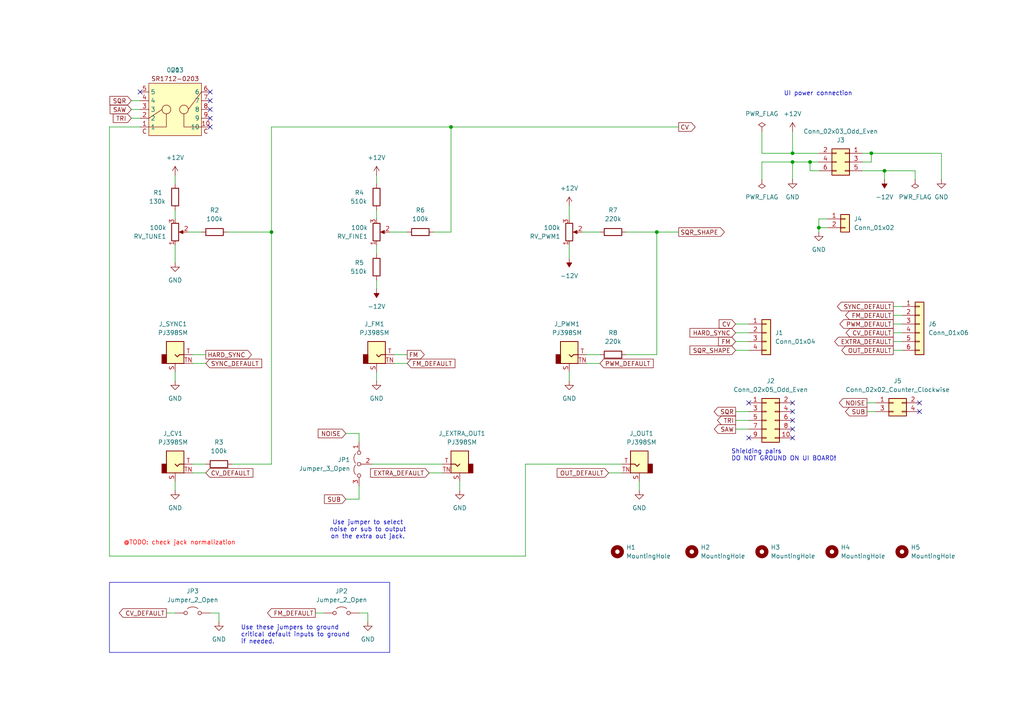
<source format=kicad_sch>
(kicad_sch (version 20250114) (generator "eeschema") (generator_version "9.0")
  (paper "A4")
  (title_block (title "Hog Moduleur VCO UI") (date "2025-07-06") (rev "v0.1") (company "Shmøergh"))
  (lib_symbols
    (symbol "Connector_Generic:Conn_01x02" (pin_names (offset 1.016) (hide yes))
      (property "Reference" "J" (at 0 2.54 0))
      (property "Value" "Conn_01x02" (at 0 -5.08 0))
      (symbol "Conn_01x02_1_1"
        (rectangle (start -1.27 1.27) (end 1.27 -3.81) (stroke (width 0.254)) (fill (type background)))
        (rectangle (start -1.27 0.127) (end 0 -0.127) (stroke (width 0.1524)))
        (rectangle (start -1.27 -2.413) (end 0 -2.667) (stroke (width 0.1524)))
        (pin passive line (at -5.08 0 0) (length 3.81) (name "Pin_1") (number "1"))
        (pin passive line (at -5.08 -2.54 0) (length 3.81) (name "Pin_2") (number "2"))
      )
    )
    (symbol "Connector_Generic:Conn_01x04" (pin_names (offset 1.016) (hide yes))
      (property "Reference" "J" (at 0 5.08 0))
      (property "Value" "Conn_01x04" (at 0 -7.62 0))
      (symbol "Conn_01x04_1_1"
        (rectangle (start -1.27 3.81) (end 1.27 -6.35) (stroke (width 0.254)) (fill (type background)))
        (rectangle (start -1.27 2.667) (end 0 2.413) (stroke (width 0.1524)))
        (rectangle (start -1.27 0.127) (end 0 -0.127) (stroke (width 0.1524)))
        (rectangle (start -1.27 -2.413) (end 0 -2.667) (stroke (width 0.1524)))
        (rectangle (start -1.27 -4.953) (end 0 -5.207) (stroke (width 0.1524)))
        (pin passive line (at -5.08 2.54 0) (length 3.81) (name "Pin_1") (number "1"))
        (pin passive line (at -5.08 0 0) (length 3.81) (name "Pin_2") (number "2"))
        (pin passive line (at -5.08 -2.54 0) (length 3.81) (name "Pin_3") (number "3"))
        (pin passive line (at -5.08 -5.08 0) (length 3.81) (name "Pin_4") (number "4"))
      )
    )
    (symbol "Connector_Generic:Conn_01x06" (pin_names (offset 1.016) (hide yes))
      (property "Reference" "J" (at 0 7.62 0))
      (property "Value" "Conn_01x06" (at 0 -10.16 0))
      (symbol "Conn_01x06_1_1"
        (rectangle (start -1.27 6.35) (end 1.27 -8.89) (stroke (width 0.254)) (fill (type background)))
        (rectangle (start -1.27 5.207) (end 0 4.953) (stroke (width 0.1524)))
        (rectangle (start -1.27 2.667) (end 0 2.413) (stroke (width 0.1524)))
        (rectangle (start -1.27 0.127) (end 0 -0.127) (stroke (width 0.1524)))
        (rectangle (start -1.27 -2.413) (end 0 -2.667) (stroke (width 0.1524)))
        (rectangle (start -1.27 -4.953) (end 0 -5.207) (stroke (width 0.1524)))
        (rectangle (start -1.27 -7.493) (end 0 -7.747) (stroke (width 0.1524)))
        (pin passive line (at -5.08 5.08 0) (length 3.81) (name "Pin_1") (number "1"))
        (pin passive line (at -5.08 2.54 0) (length 3.81) (name "Pin_2") (number "2"))
        (pin passive line (at -5.08 0 0) (length 3.81) (name "Pin_3") (number "3"))
        (pin passive line (at -5.08 -2.54 0) (length 3.81) (name "Pin_4") (number "4"))
        (pin passive line (at -5.08 -5.08 0) (length 3.81) (name "Pin_5") (number "5"))
        (pin passive line (at -5.08 -7.62 0) (length 3.81) (name "Pin_6") (number "6"))
      )
    )
    (symbol "Connector_Generic:Conn_02x02_Odd_Even" (pin_names (offset 1.016) (hide yes))
      (property "Reference" "J" (at 1.27 2.54 0))
      (property "Value" "Conn_02x02_Odd_Even" (at 1.27 -5.08 0))
      (symbol "Conn_02x02_Odd_Even_1_1"
        (rectangle (start -1.27 1.27) (end 3.81 -3.81) (stroke (width 0.254)) (fill (type background)))
        (rectangle (start -1.27 0.127) (end 0 -0.127) (stroke (width 0.1524)))
        (rectangle (start -1.27 -2.413) (end 0 -2.667) (stroke (width 0.1524)))
        (rectangle (start 3.81 0.127) (end 2.54 -0.127) (stroke (width 0.1524)))
        (rectangle (start 3.81 -2.413) (end 2.54 -2.667) (stroke (width 0.1524)))
        (pin passive line (at -5.08 0 0) (length 3.81) (name "Pin_1") (number "1"))
        (pin passive line (at -5.08 -2.54 0) (length 3.81) (name "Pin_3") (number "3"))
        (pin passive line (at 7.62 0 180) (length 3.81) (name "Pin_2") (number "2"))
        (pin passive line (at 7.62 -2.54 180) (length 3.81) (name "Pin_4") (number "4"))
      )
    )
    (symbol "Connector_Generic:Conn_02x03_Odd_Even" (pin_names (offset 1.016) (hide yes))
      (property "Reference" "J" (at 1.27 5.08 0))
      (property "Value" "Conn_02x03_Odd_Even" (at 1.27 -5.08 0))
      (symbol "Conn_02x03_Odd_Even_1_1"
        (rectangle (start -1.27 3.81) (end 3.81 -3.81) (stroke (width 0.254)) (fill (type background)))
        (rectangle (start -1.27 2.667) (end 0 2.413) (stroke (width 0.1524)))
        (rectangle (start -1.27 0.127) (end 0 -0.127) (stroke (width 0.1524)))
        (rectangle (start -1.27 -2.413) (end 0 -2.667) (stroke (width 0.1524)))
        (rectangle (start 3.81 2.667) (end 2.54 2.413) (stroke (width 0.1524)))
        (rectangle (start 3.81 0.127) (end 2.54 -0.127) (stroke (width 0.1524)))
        (rectangle (start 3.81 -2.413) (end 2.54 -2.667) (stroke (width 0.1524)))
        (pin passive line (at -5.08 2.54 0) (length 3.81) (name "Pin_1") (number "1"))
        (pin passive line (at -5.08 0 0) (length 3.81) (name "Pin_3") (number "3"))
        (pin passive line (at -5.08 -2.54 0) (length 3.81) (name "Pin_5") (number "5"))
        (pin passive line (at 7.62 2.54 180) (length 3.81) (name "Pin_2") (number "2"))
        (pin passive line (at 7.62 0 180) (length 3.81) (name "Pin_4") (number "4"))
        (pin passive line (at 7.62 -2.54 180) (length 3.81) (name "Pin_6") (number "6"))
      )
    )
    (symbol "Connector_Generic:Conn_02x05_Odd_Even" (pin_names (offset 1.016) (hide yes))
      (property "Reference" "J" (at 1.27 7.62 0))
      (property "Value" "Conn_02x05_Odd_Even" (at 1.27 -7.62 0))
      (symbol "Conn_02x05_Odd_Even_1_1"
        (rectangle (start -1.27 6.35) (end 3.81 -6.35) (stroke (width 0.254)) (fill (type background)))
        (rectangle (start -1.27 5.207) (end 0 4.953) (stroke (width 0.1524)))
        (rectangle (start -1.27 2.667) (end 0 2.413) (stroke (width 0.1524)))
        (rectangle (start -1.27 0.127) (end 0 -0.127) (stroke (width 0.1524)))
        (rectangle (start -1.27 -2.413) (end 0 -2.667) (stroke (width 0.1524)))
        (rectangle (start -1.27 -4.953) (end 0 -5.207) (stroke (width 0.1524)))
        (rectangle (start 3.81 5.207) (end 2.54 4.953) (stroke (width 0.1524)))
        (rectangle (start 3.81 2.667) (end 2.54 2.413) (stroke (width 0.1524)))
        (rectangle (start 3.81 0.127) (end 2.54 -0.127) (stroke (width 0.1524)))
        (rectangle (start 3.81 -2.413) (end 2.54 -2.667) (stroke (width 0.1524)))
        (rectangle (start 3.81 -4.953) (end 2.54 -5.207) (stroke (width 0.1524)))
        (pin passive line (at -5.08 5.08 0) (length 3.81) (name "Pin_1") (number "1"))
        (pin passive line (at -5.08 2.54 0) (length 3.81) (name "Pin_3") (number "3"))
        (pin passive line (at -5.08 0 0) (length 3.81) (name "Pin_5") (number "5"))
        (pin passive line (at -5.08 -2.54 0) (length 3.81) (name "Pin_7") (number "7"))
        (pin passive line (at -5.08 -5.08 0) (length 3.81) (name "Pin_9") (number "9"))
        (pin passive line (at 7.62 5.08 180) (length 3.81) (name "Pin_2") (number "2"))
        (pin passive line (at 7.62 2.54 180) (length 3.81) (name "Pin_4") (number "4"))
        (pin passive line (at 7.62 0 180) (length 3.81) (name "Pin_6") (number "6"))
        (pin passive line (at 7.62 -2.54 180) (length 3.81) (name "Pin_8") (number "8"))
        (pin passive line (at 7.62 -5.08 180) (length 3.81) (name "Pin_10") (number "10"))
      )
    )
    (symbol "Device:R" (pin_numbers (hide yes)) (pin_names (offset 0))
      (property "Reference" "R" (at 2.032 0 90))
      (property "Value" "R" (at 0 0 90))
      (symbol "R_0_1"
        (rectangle (start -1.016 -2.54) (end 1.016 2.54) (stroke (width 0.254)))
      )
      (symbol "R_1_1"
        (pin passive line (at 0 3.81 270) (length 1.27) (name "~") (number "1"))
        (pin passive line (at 0 -3.81 90) (length 1.27) (name "~") (number "2"))
      )
    )
    (symbol "Device:R_Potentiometer" (pin_names (offset 1.016) (hide yes))
      (property "Reference" "RV" (at -4.445 0 90))
      (property "Value" "R_Potentiometer" (at -2.54 0 90))
      (symbol "R_Potentiometer_0_1"
        (rectangle (start 1.016 2.54) (end -1.016 -2.54) (stroke (width 0.254)))
        (polyline (pts (xy 1.143 0) (xy 2.286 0.508) (xy 2.286 -0.508) (xy 1.143 0)) (fill (type outline)))
        (polyline (pts (xy 2.54 0) (xy 1.524 0)))
      )
      (symbol "R_Potentiometer_1_1"
        (pin passive line (at 0 3.81 270) (length 1.27) (name "1") (number "1"))
        (pin passive line (at 0 -3.81 90) (length 1.27) (name "3") (number "3"))
        (pin passive line (at 3.81 0 180) (length 1.27) (name "2") (number "2"))
      )
    )
    (symbol "Jumper:Jumper_2_Open" (pin_numbers (hide yes)) (pin_names (offset 0) (hide yes))
      (property "Reference" "JP" (at 0 2.794 0))
      (property "Value" "Jumper_2_Open" (at 0 -2.286 0))
      (symbol "Jumper_2_Open_0_0"
        (circle (center -2.032 0) (radius 0.508))
        (circle (center 2.032 0) (radius 0.508))
      )
      (symbol "Jumper_2_Open_0_1"
        (arc (start -1.524 1.27) (mid 0 1.778) (end 1.524 1.27))
      )
      (symbol "Jumper_2_Open_1_1"
        (pin passive line (at -5.08 0 0) (length 2.54) (name "A") (number "1"))
        (pin passive line (at 5.08 0 180) (length 2.54) (name "B") (number "2"))
      )
    )
    (symbol "Jumper:Jumper_3_Open" (pin_names (offset 0) (hide yes)) (in_bom no)
      (property "Reference" "JP" (at -2.54 -2.54 0))
      (property "Value" "Jumper_3_Open" (at 0 2.794 0))
      (symbol "Jumper_3_Open_0_0"
        (circle (center -3.302 0) (radius 0.508))
        (circle (center 0 0) (radius 0.508))
        (circle (center 3.302 0) (radius 0.508))
      )
      (symbol "Jumper_3_Open_0_1"
        (arc (start -3.048 1.016) (mid -1.651 1.4992) (end -0.254 1.016))
        (polyline (pts (xy 0 -0.508) (xy 0 -1.27)))
        (arc (start 0.254 1.016) (mid 1.651 1.4992) (end 3.048 1.016))
      )
      (symbol "Jumper_3_Open_1_1"
        (pin passive line (at -6.35 0 0) (length 2.54) (name "A") (number "1"))
        (pin passive line (at 0 -3.81 90) (length 2.54) (name "C") (number "2"))
        (pin passive line (at 6.35 0 180) (length 2.54) (name "B") (number "3"))
      )
    )
    (symbol "Mechanical:MountingHole" (pin_names (offset 1.016)) (in_bom no)
      (property "Reference" "H" (at 0 5.08 0))
      (property "Value" "MountingHole" (at 0 3.175 0))
      (symbol "MountingHole_0_1"
        (circle (center 0 0) (radius 1.27) (stroke (width 1.27)))
      )
    )
    (symbol "Shmoergh-Custom-Components:AudioJack2_Thonkiconn_S"
      (property "Reference" "J" (at 0 8.89 0))
      (property "Value" "AudioJack2_Thonkiconn" (at 0 6.35 0))
      (symbol "AudioJack2_Thonkiconn_S_0_1"
        (rectangle (start -2.54 -2.54) (end -3.81 0) (stroke (width 0.254)) (fill (type outline)))
        (polyline (pts (xy 0 0) (xy 0.635 -0.635) (xy 1.27 0) (xy 2.54 0)) (stroke (width 0.254)))
        (rectangle (start 2.54 3.81) (end -2.54 -2.54) (stroke (width 0.254)) (fill (type background)))
      )
      (symbol "AudioJack2_Thonkiconn_S_1_1"
        (pin passive line (at 0 -5.08 90) (length 2.54) (name "~") (number "S"))
        (pin bidirectional line (at 5.08 0 180) (length 2.54) (name "~") (number "T"))
        (pin passive line (at 5.08 -2.54 180) (length 2.54) (name "~") (number "TN"))
      )
    )
    (symbol "Shmoergh-Custom-Components:SR1712_0203"
      (property "Reference" "U" (at 0 1.27 0))
      (symbol "SR1712_0203_0_1"
        (polyline (pts (xy -7.62 -2.54) (xy -3.81 0)))
        (circle (center -2.54 0) (radius 1.27))
        (polyline (pts (xy -2.54 -1.27) (xy -2.54 -5.08) (xy -7.62 -5.08)))
        (circle (center 2.54 0) (radius 1.27))
        (polyline (pts (xy 7.62 5.08) (xy 3.81 0)))
        (polyline (pts (xy 7.62 -5.08) (xy 2.54 -5.08) (xy 2.54 -1.27)))
      )
      (symbol "SR1712_0203_1_1"
        (rectangle (start -7.62 7.62) (end 7.62 -7.62) (fill (type background)))
        (text "C" (at -8.89 -6.35 0) (effects (font (size 1.27 1.27))))
        (text "SR1712-0203" (at 0 8.89 0) (effects (font (size 1.27 1.27))))
        (text "C" (at 8.89 -6.35 0) (effects (font (size 1.27 1.27))))
        (pin input line (at -10.16 5.08 0) (length 2.54) (name "5") (number "5"))
        (pin input line (at -10.16 2.54 0) (length 2.54) (name "4") (number "4"))
        (pin input line (at -10.16 0 0) (length 2.54) (name "3") (number "3"))
        (pin input line (at -10.16 -2.54 0) (length 2.54) (name "2") (number "2"))
        (pin output line (at -10.16 -5.08 0) (length 2.54) (name "1") (number "1"))
        (pin input line (at 10.16 5.08 180) (length 2.54) (name "6") (number "6"))
        (pin input line (at 10.16 2.54 180) (length 2.54) (name "7") (number "7"))
        (pin input line (at 10.16 0 180) (length 2.54) (name "8") (number "8"))
        (pin input line (at 10.16 -2.54 180) (length 2.54) (name "9") (number "9"))
        (pin output line (at 10.16 -5.08 180) (length 2.54) (name "10") (number "10"))
      )
    )
    (symbol "power:+12V" (power) (pin_numbers (hide yes)) (pin_names (offset 0) (hide yes))
      (property "Value" "+12V" (at 0 3.556 0))
      (symbol "+12V_0_1"
        (polyline (pts (xy -0.762 1.27) (xy 0 2.54)))
        (polyline (pts (xy 0 2.54) (xy 0.762 1.27)))
        (polyline (pts (xy 0 0) (xy 0 2.54)))
      )
      (symbol "+12V_1_1"
        (pin power_in line (at 0 0 90) (length 0) (name "~") (number "1"))
      )
    )
    (symbol "power:-12V" (power) (pin_numbers (hide yes)) (pin_names (offset 0) (hide yes))
      (property "Value" "-12V" (at 0 3.556 0))
      (symbol "-12V_0_0"
        (pin power_in line (at 0 0 90) (length 0) (name "~") (number "1"))
      )
      (symbol "-12V_0_1"
        (polyline (pts (xy 0 0) (xy 0 1.27) (xy 0.762 1.27) (xy 0 2.54) (xy -0.762 1.27) (xy 0 1.27)) (fill (type outline)))
      )
    )
    (symbol "power:GND" (power) (pin_numbers (hide yes)) (pin_names (offset 0) (hide yes))
      (property "Value" "GND" (at 0 -3.81 0))
      (symbol "GND_0_1"
        (polyline (pts (xy 0 0) (xy 0 -1.27) (xy 1.27 -1.27) (xy 0 -2.54) (xy -1.27 -1.27) (xy 0 -1.27)))
      )
      (symbol "GND_1_1"
        (pin power_in line (at 0 0 270) (length 0) (name "~") (number "1"))
      )
    )
    (symbol "power:PWR_FLAG" (power) (pin_numbers (hide yes)) (pin_names (offset 0) (hide yes))
      (property "Value" "PWR_FLAG" (at 0 3.81 0))
      (symbol "PWR_FLAG_0_0"
        (pin power_out line (at 0 0 90) (length 0) (name "~") (number "1"))
      )
      (symbol "PWR_FLAG_0_1"
        (polyline (pts (xy 0 0) (xy 0 1.27) (xy -1.016 1.905) (xy 0 2.54) (xy 1.016 1.905) (xy 0 1.27)))
      )
    )
  )
  (rectangle (start 31.75 168.91) (end 113.03 189.23))
  (text "@TODO: check jack normalization" (at 52.07 157.48 0) (effects (font (size 1.27 1.27))))
  (text "Use these jumpers to ground \ncritical default inputs to ground \nif needed." (at 69.85 184.15 0) (effects (font (size 1.27 1.27)) (justify left)))
  (text "UI power connection" (at 227.33 27.94 0) (effects (font (size 1.27 1.27)) (justify left bottom)))
  (text "Use jumper to select\nnoise or sub to output\non the extra out jack." (at 106.68 153.67 0) (effects (font (size 1.27 1.27))))
  (text "Shielding pairs\nDO NOT GROUND ON UI BOARD!" (at 212.09 132.08 0) (effects (font (size 1.27 1.27)) (justify left)))
  (junction (at 229.87 44.45))
  (junction (at 130.81 36.83))
  (junction (at 237.49 66.04))
  (junction (at 234.95 46.99))
  (junction (at 256.54 49.53))
  (junction (at 78.74 67.31))
  (junction (at 229.87 46.99))
  (junction (at 190.5 67.31))
  (junction (at 252.73 44.45))
  (no_connect (at 229.87 127))
  (no_connect (at 60.96 29.21))
  (no_connect (at 60.96 34.29))
  (no_connect (at 217.17 116.84))
  (no_connect (at 229.87 121.92))
  (no_connect (at 229.87 119.38))
  (no_connect (at 60.96 31.75))
  (no_connect (at 229.87 116.84))
  (no_connect (at 266.7 119.38))
  (no_connect (at 229.87 124.46))
  (no_connect (at 217.17 127))
  (no_connect (at 60.96 36.83))
  (no_connect (at 266.7 116.84))
  (no_connect (at 60.96 26.67))
  (no_connect (at 40.64 26.67))
  (wire (pts (xy 213.36 119.38) (xy 217.17 119.38)))
  (wire (pts (xy 251.46 116.84) (xy 254 116.84)))
  (wire (pts (xy 59.69 137.16) (xy 55.88 137.16)))
  (wire (pts (xy 259.08 96.52) (xy 261.62 96.52)))
  (wire (pts (xy 78.74 36.83) (xy 130.81 36.83)))
  (wire (pts (xy 38.1 34.29) (xy 40.64 34.29)))
  (wire (pts (xy 259.08 101.6) (xy 261.62 101.6)))
  (wire (pts (xy 173.99 67.31) (xy 168.91 67.31)))
  (wire (pts (xy 48.26 177.8) (xy 50.8 177.8)))
  (wire (pts (xy 118.11 102.87) (xy 114.3 102.87)))
  (wire (pts (xy 78.74 134.62) (xy 67.31 134.62)))
  (wire (pts (xy 256.54 52.07) (xy 256.54 49.53)))
  (wire (pts (xy 31.75 161.29) (xy 152.4 161.29)))
  (wire (pts (xy 78.74 67.31) (xy 78.74 36.83)))
  (wire (pts (xy 91.44 177.8) (xy 93.98 177.8)))
  (wire (pts (xy 265.43 49.53) (xy 256.54 49.53)))
  (wire (pts (xy 50.8 50.8) (xy 50.8 53.34)))
  (wire (pts (xy 176.53 137.16) (xy 180.34 137.16)))
  (wire (pts (xy 63.5 180.34) (xy 63.5 177.8)))
  (wire (pts (xy 109.22 107.95) (xy 109.22 110.49)))
  (wire (pts (xy 250.19 49.53) (xy 256.54 49.53)))
  (wire (pts (xy 237.49 66.04) (xy 240.03 66.04)))
  (wire (pts (xy 213.36 101.6) (xy 217.17 101.6)))
  (wire (pts (xy 59.69 105.41) (xy 55.88 105.41)))
  (wire (pts (xy 58.42 67.31) (xy 54.61 67.31)))
  (wire (pts (xy 38.1 29.21) (xy 40.64 29.21)))
  (wire (pts (xy 50.8 60.96) (xy 50.8 63.5)))
  (wire (pts (xy 109.22 60.96) (xy 109.22 63.5)))
  (wire (pts (xy 190.5 102.87) (xy 181.61 102.87)))
  (wire (pts (xy 100.33 144.78) (xy 104.14 144.78)))
  (wire (pts (xy 213.36 121.92) (xy 217.17 121.92)))
  (wire (pts (xy 106.68 177.8) (xy 104.14 177.8)))
  (wire (pts (xy 165.1 74.93) (xy 165.1 71.12)))
  (wire (pts (xy 213.36 93.98) (xy 217.17 93.98)))
  (wire (pts (xy 152.4 134.62) (xy 180.34 134.62)))
  (wire (pts (xy 104.14 125.73) (xy 104.14 128.27)))
  (wire (pts (xy 66.04 67.31) (xy 78.74 67.31)))
  (wire (pts (xy 213.36 99.06) (xy 217.17 99.06)))
  (wire (pts (xy 251.46 119.38) (xy 254 119.38)))
  (wire (pts (xy 31.75 36.83) (xy 40.64 36.83)))
  (wire (pts (xy 130.81 36.83) (xy 130.81 67.31)))
  (wire (pts (xy 100.33 125.73) (xy 104.14 125.73)))
  (wire (pts (xy 240.03 63.5) (xy 237.49 63.5)))
  (wire (pts (xy 31.75 36.83) (xy 31.75 161.29)))
  (wire (pts (xy 50.8 71.12) (xy 50.8 76.2)))
  (wire (pts (xy 118.11 105.41) (xy 114.3 105.41)))
  (wire (pts (xy 229.87 46.99) (xy 234.95 46.99)))
  (wire (pts (xy 107.95 134.62) (xy 128.27 134.62)))
  (wire (pts (xy 237.49 63.5) (xy 237.49 66.04)))
  (wire (pts (xy 229.87 38.1) (xy 229.87 44.45)))
  (wire (pts (xy 59.69 102.87) (xy 55.88 102.87)))
  (wire (pts (xy 259.08 93.98) (xy 261.62 93.98)))
  (wire (pts (xy 252.73 44.45) (xy 250.19 44.45)))
  (wire (pts (xy 220.98 44.45) (xy 229.87 44.45)))
  (wire (pts (xy 38.1 31.75) (xy 40.64 31.75)))
  (wire (pts (xy 185.42 142.24) (xy 185.42 139.7)))
  (wire (pts (xy 78.74 67.31) (xy 78.74 134.62)))
  (wire (pts (xy 59.69 134.62) (xy 55.88 134.62)))
  (wire (pts (xy 220.98 46.99) (xy 229.87 46.99)))
  (wire (pts (xy 259.08 99.06) (xy 261.62 99.06)))
  (wire (pts (xy 273.05 52.07) (xy 273.05 44.45)))
  (wire (pts (xy 252.73 46.99) (xy 252.73 44.45)))
  (wire (pts (xy 130.81 36.83) (xy 196.85 36.83)))
  (wire (pts (xy 109.22 83.82) (xy 109.22 81.28)))
  (wire (pts (xy 124.46 137.16) (xy 128.27 137.16)))
  (wire (pts (xy 173.99 105.41) (xy 170.18 105.41)))
  (wire (pts (xy 237.49 49.53) (xy 234.95 49.53)))
  (wire (pts (xy 165.1 107.95) (xy 165.1 110.49)))
  (wire (pts (xy 133.35 142.24) (xy 133.35 139.7)))
  (wire (pts (xy 259.08 88.9) (xy 261.62 88.9)))
  (wire (pts (xy 50.8 107.95) (xy 50.8 110.49)))
  (wire (pts (xy 213.36 96.52) (xy 217.17 96.52)))
  (wire (pts (xy 181.61 67.31) (xy 190.5 67.31)))
  (wire (pts (xy 220.98 38.1) (xy 220.98 44.45)))
  (wire (pts (xy 273.05 44.45) (xy 252.73 44.45)))
  (wire (pts (xy 234.95 49.53) (xy 234.95 46.99)))
  (wire (pts (xy 213.36 124.46) (xy 217.17 124.46)))
  (wire (pts (xy 125.73 67.31) (xy 130.81 67.31)))
  (wire (pts (xy 229.87 44.45) (xy 237.49 44.45)))
  (wire (pts (xy 109.22 73.66) (xy 109.22 71.12)))
  (wire (pts (xy 234.95 46.99) (xy 237.49 46.99)))
  (wire (pts (xy 50.8 139.7) (xy 50.8 142.24)))
  (wire (pts (xy 220.98 52.07) (xy 220.98 46.99)))
  (wire (pts (xy 152.4 161.29) (xy 152.4 134.62)))
  (wire (pts (xy 109.22 50.8) (xy 109.22 53.34)))
  (wire (pts (xy 237.49 66.04) (xy 237.49 67.31)))
  (wire (pts (xy 229.87 52.07) (xy 229.87 46.99)))
  (wire (pts (xy 259.08 91.44) (xy 261.62 91.44)))
  (wire (pts (xy 63.5 177.8) (xy 60.96 177.8)))
  (wire (pts (xy 250.19 46.99) (xy 252.73 46.99)))
  (wire (pts (xy 104.14 144.78) (xy 104.14 140.97)))
  (wire (pts (xy 196.85 67.31) (xy 190.5 67.31)))
  (wire (pts (xy 118.11 67.31) (xy 113.03 67.31)))
  (wire (pts (xy 190.5 67.31) (xy 190.5 102.87)))
  (wire (pts (xy 106.68 180.34) (xy 106.68 177.8)))
  (wire (pts (xy 173.99 102.87) (xy 170.18 102.87)))
  (wire (pts (xy 165.1 59.69) (xy 165.1 63.5)))
  (wire (pts (xy 265.43 52.07) (xy 265.43 49.53)))
  (global_label "SQR" (shape input) (at 38.1 29.21 180) (property "Intersheetrefs" "${INTERSHEET_REFS}" (effects (hide yes))))
  (global_label "TRI" (shape input) (at 38.1 34.29 180) (property "Intersheetrefs" "${INTERSHEET_REFS}" (effects (hide yes))))
  (global_label "FM" (shape output) (at 118.11 102.87 0) (property "Intersheetrefs" "${INTERSHEET_REFS}" (effects (hide yes))))
  (global_label "OUT_DEFAULT" (shape input) (at 176.53 137.16 180) (property "Intersheetrefs" "${INTERSHEET_REFS}" (effects (hide yes))))
  (global_label "SQR" (shape output) (at 213.36 119.38 180) (property "Intersheetrefs" "${INTERSHEET_REFS}" (effects (hide yes))))
  (global_label "HARD_SYNC" (shape output) (at 59.69 102.87 0) (property "Intersheetrefs" "${INTERSHEET_REFS}" (effects (hide yes))))
  (global_label "NOISE" (shape input) (at 100.33 125.73 180) (property "Intersheetrefs" "${INTERSHEET_REFS}" (effects (hide yes))))
  (global_label "SUB" (shape input) (at 100.33 144.78 180) (property "Intersheetrefs" "${INTERSHEET_REFS}" (effects (hide yes))))
  (global_label "SAW" (shape input) (at 38.1 31.75 180) (property "Intersheetrefs" "${INTERSHEET_REFS}" (effects (hide yes))))
  (global_label "CV" (shape output) (at 196.85 36.83 0) (property "Intersheetrefs" "${INTERSHEET_REFS}" (effects (hide yes))))
  (global_label "EXTRA_DEFAULT" (shape input) (at 124.46 137.16 180) (property "Intersheetrefs" "${INTERSHEET_REFS}" (effects (hide yes))))
  (global_label "TRI" (shape output) (at 213.36 121.92 180) (property "Intersheetrefs" "${INTERSHEET_REFS}" (effects (hide yes))))
  (global_label "CV" (shape input) (at 213.36 93.98 180) (property "Intersheetrefs" "${INTERSHEET_REFS}" (effects (hide yes))))
  (global_label "FM_DEFAULT" (shape input) (at 118.11 105.41 0) (property "Intersheetrefs" "${INTERSHEET_REFS}" (effects (hide yes))))
  (global_label "NOISE" (shape output) (at 251.46 116.84 180) (property "Intersheetrefs" "${INTERSHEET_REFS}" (effects (hide yes))))
  (global_label "CV_DEFAULT" (shape input) (at 59.69 137.16 0) (property "Intersheetrefs" "${INTERSHEET_REFS}" (effects (hide yes))))
  (global_label "HARD_SYNC" (shape input) (at 213.36 96.52 180) (property "Intersheetrefs" "${INTERSHEET_REFS}" (effects (hide yes))))
  (global_label "SAW" (shape output) (at 213.36 124.46 180) (property "Intersheetrefs" "${INTERSHEET_REFS}" (effects (hide yes))))
  (global_label "SUB" (shape output) (at 251.46 119.38 180) (property "Intersheetrefs" "${INTERSHEET_REFS}" (effects (hide yes))))
  (global_label "PWM_DEFAULT" (shape output) (at 259.08 93.98 180) (property "Intersheetrefs" "${INTERSHEET_REFS}" (effects (hide yes))))
  (global_label "SYNC_DEFAULT" (shape output) (at 259.08 88.9 180) (property "Intersheetrefs" "${INTERSHEET_REFS}" (effects (hide yes))))
  (global_label "CV_DEFAULT" (shape output) (at 259.08 96.52 180) (property "Intersheetrefs" "${INTERSHEET_REFS}" (effects (hide yes))))
  (global_label "SQR_SHAPE" (shape input) (at 213.36 101.6 180) (property "Intersheetrefs" "${INTERSHEET_REFS}" (effects (hide yes))))
  (global_label "SYNC_DEFAULT" (shape input) (at 59.69 105.41 0) (property "Intersheetrefs" "${INTERSHEET_REFS}" (effects (hide yes))))
  (global_label "EXTRA_DEFAULT" (shape output) (at 259.08 99.06 180) (property "Intersheetrefs" "${INTERSHEET_REFS}" (effects (hide yes))))
  (global_label "OUT_DEFAULT" (shape output) (at 259.08 101.6 180) (property "Intersheetrefs" "${INTERSHEET_REFS}" (effects (hide yes))))
  (global_label "SQR_SHAPE" (shape output) (at 196.85 67.31 0) (property "Intersheetrefs" "${INTERSHEET_REFS}" (effects (hide yes))))
  (global_label "FM_DEFAULT" (shape output) (at 259.08 91.44 180) (property "Intersheetrefs" "${INTERSHEET_REFS}" (effects (hide yes))))
  (global_label "PWM_DEFAULT" (shape input) (at 173.99 105.41 0) (property "Intersheetrefs" "${INTERSHEET_REFS}" (effects (hide yes))))
  (global_label "FM" (shape input) (at 213.36 99.06 180) (property "Intersheetrefs" "${INTERSHEET_REFS}" (effects (hide yes))))
  (global_label "CV_DEFAULT" (shape output) (at 48.26 177.8 180) (property "Intersheetrefs" "${INTERSHEET_REFS}" (effects (hide yes))))
  (global_label "FM_DEFAULT" (shape output) (at 91.44 177.8 180) (property "Intersheetrefs" "${INTERSHEET_REFS}" (effects (hide yes))))
  (symbol (lib_id "power:GND") (at 133.35 142.24 0) (mirror y) (unit 1)
    (property "Reference" "#PWR08" (effects (hide yes)))
    (property "Value" "GND" (at 133.35 147.32 0))
    (property "Description" "Power symbol creates a global label with name \"GND\" , ground" (effects (hide yes)))
  )
  (symbol (lib_id "Jumper:Jumper_3_Open") (at 104.14 134.62 90) (mirror x) (unit 1)
    (property "Reference" "JP1" (at 101.6 133.3499 90) (effects (justify left)))
    (property "Value" "Jumper_3_Open" (at 101.6 135.8899 90) (effects (justify left)))
    (property "Footprint" "Connector_PinHeader_2.54mm:PinHeader_1x03_P2.54mm_Horizontal" (effects (hide yes)))
    (property "Description" "Jumper, 3-pole, both open" (effects (hide yes)))
    (property "Part URL" "https://mou.sr/451l2py" (effects (hide yes)))
    (property "Vendor" "Mouser" (effects (hide yes)))
    (property "Part no." "200-HTSW10308TSRA" (effects (hide yes)))
  )
  (symbol (lib_id "power:+12V") (at 229.87 38.1 0) (unit 1)
    (property "Reference" "#PWR014" (effects (hide yes)))
    (property "Value" "+12V" (at 229.87 33.02 0))
    (property "Description" "Power symbol creates a global label with name \"+12V\"" (effects (hide yes)))
  )
  (symbol (lib_id "power:GND") (at 50.8 76.2 0) (unit 1)
    (property "Reference" "#PWR02" (effects (hide yes)))
    (property "Value" "GND" (at 50.8 81.28 0))
    (property "Description" "Power symbol creates a global label with name \"GND\" , ground" (effects (hide yes)))
  )
  (symbol (lib_id "Shmoergh-Custom-Components:AudioJack2_Thonkiconn_S") (at 165.1 102.87 0) (unit 1)
    (property "Reference" "J_PWM1" (at 164.465 93.98 0))
    (property "Value" "PJ398SM" (at 164.465 96.52 0))
    (property "Footprint" "Shmoergh_Custom_Footprints:Jack_3.5mm_QingPu_WQP-PJ398SM_Vertical_CircularHoles" (effects (hide yes)))
    (property "Description" "Audio Jack, 2 Poles (Mono / TS), Grounded Sleeve" (effects (hide yes)))
    (property "Part URL" "https://www.thonk.co.uk/shop/thonkiconn/" (effects (hide yes)))
    (property "Vendor" "Thonk" (effects (hide yes)))
    (property "Part no." "PJ398SM" (effects (hide yes)))
  )
  (symbol (lib_id "Shmoergh-Custom-Components:AudioJack2_Thonkiconn_S") (at 185.42 134.62 0) (mirror y) (unit 1)
    (property "Reference" "J_OUT1" (at 186.055 125.73 0))
    (property "Value" "PJ398SM" (at 186.055 128.27 0))
    (property "Footprint" "Shmoergh_Custom_Footprints:Jack_3.5mm_QingPu_WQP-PJ398SM_Vertical_CircularHoles" (effects (hide yes)))
    (property "Description" "Audio Jack, 2 Poles (Mono / TS), Grounded Sleeve" (effects (hide yes)))
    (property "Part URL" "https://www.thonk.co.uk/shop/thonkiconn/" (effects (hide yes)))
    (property "Vendor" "Thonk" (effects (hide yes)))
    (property "Part no." "PJ398SM" (effects (hide yes)))
  )
  (symbol (lib_id "Shmoergh-Custom-Components:SR1712_0203") (at 50.8 31.75 0) (unit 1)
    (property "Reference" "U1" (at 50.8 20.32 0))
    (property "Value" "0203" (at 50.8 20.32 0))
    (property "Footprint" "Shmoergh_Custom_Footprints:SR1712-0203" (effects (hide yes)))
    (property "Datasheet" "https://hu.mouser.com/datasheet/2/13/SR1712F-1815245.pdf" (effects (hide yes)))
    (property "Part URL" "https://mou.sr/3U6bGTk" (effects (hide yes)))
    (property "Vendor" "Mouser" (effects (hide yes)))
    (property "Part no." "105-SR1712F-23NS" (effects (hide yes)))
  )
  (symbol (lib_id "Shmoergh-Custom-Components:AudioJack2_Thonkiconn_S") (at 50.8 134.62 0) (unit 1)
    (property "Reference" "J_CV1" (at 50.165 125.73 0))
    (property "Value" "PJ398SM" (at 50.165 128.27 0))
    (property "Footprint" "Shmoergh_Custom_Footprints:Jack_3.5mm_QingPu_WQP-PJ398SM_Vertical_CircularHoles" (effects (hide yes)))
    (property "Description" "Audio Jack, 2 Poles (Mono / TS), Grounded Sleeve" (effects (hide yes)))
    (property "Part URL" "https://www.thonk.co.uk/shop/thonkiconn/" (effects (hide yes)))
    (property "Vendor" "Thonk" (effects (hide yes)))
    (property "Part no." "PJ398SM" (effects (hide yes)))
  )
  (symbol (lib_id "power:-12V") (at 165.1 74.93 180) (unit 1)
    (property "Reference" "#PWR010" (effects (hide yes)))
    (property "Value" "-12V" (at 165.1 80.01 0))
    (property "Description" "Power symbol creates a global label with name \"-12V\"" (effects (hide yes)))
  )
  (symbol (lib_id "power:GND") (at 185.42 142.24 0) (mirror y) (unit 1)
    (property "Reference" "#PWR012" (effects (hide yes)))
    (property "Value" "GND" (at 185.42 147.32 0))
    (property "Description" "Power symbol creates a global label with name \"GND\" , ground" (effects (hide yes)))
  )
  (symbol (lib_id "power:-12V") (at 256.54 52.07 180) (unit 1)
    (property "Reference" "#PWR018" (effects (hide yes)))
    (property "Value" "-12V" (at 256.54 57.15 0))
    (property "Description" "Power symbol creates a global label with name \"-12V\"" (effects (hide yes)))
  )
  (symbol (lib_id "Connector_Generic:Conn_02x02_Odd_Even") (at 259.08 116.84 0) (unit 1)
    (property "Reference" "J5" (at 260.35 110.49 0))
    (property "Value" "Conn_02x02_Counter_Clockwise" (at 260.35 113.03 0))
    (property "Footprint" "Connector_PinSocket_2.54mm:PinSocket_2x02_P2.54mm_Vertical" (effects (hide yes)))
    (property "Description" "Generic connector, double row, 02x02, odd/even pin numbering scheme (row 1 odd numbers, row 2 even numbers), script generated (kicad-library-utils/schlib/autogen/connector/)" (effects (hide yes)))
    (property "Part URL" "https://mou.sr/4eSbYqI" (effects (hide yes)))
    (property "Vendor" "Mouser" (effects (hide yes)))
    (property "Part no." "200-SSW10206TD" (effects (hide yes)))
  )
  (symbol (lib_id "power:+12V") (at 109.22 50.8 0) (unit 1)
    (property "Reference" "#PWR05" (effects (hide yes)))
    (property "Value" "+12V" (at 109.22 45.72 0))
    (property "Description" "Power symbol creates a global label with name \"+12V\"" (effects (hide yes)))
  )
  (symbol (lib_id "Jumper:Jumper_2_Open") (at 55.88 177.8 0) (unit 1)
    (property "Reference" "JP3" (at 55.88 171.45 0))
    (property "Value" "Jumper_2_Open" (at 55.88 173.99 0))
    (property "Footprint" "Connector_PinHeader_2.54mm:PinHeader_1x02_P2.54mm_Horizontal" (effects (hide yes)))
    (property "Description" "Jumper, 2-pole, open" (effects (hide yes)))
    (property "Part URL" "https://mou.sr/4nM6IZz" (effects (hide yes)))
    (property "Vendor" "Mouser" (effects (hide yes)))
    (property "Part no." "200-HTSW10208TSRA" (effects (hide yes)))
  )
  (symbol (lib_id "Mechanical:MountingHole") (at 261.62 160.02 0) (unit 1) (in_bom no)
    (property "Reference" "H5" (at 264.16 158.7499 0) (effects (justify left)))
    (property "Value" "MountingHole" (at 264.16 161.2899 0) (effects (justify left)))
    (property "Footprint" "MountingHole:MountingHole_3.2mm_M3_DIN965_Pad" (effects (hide yes)))
    (property "Description" "Mounting Hole without connection" (effects (hide yes)))
    (property "Vendor" "-" (effects (hide yes)))
  )
  (symbol (lib_id "Connector_Generic:Conn_02x03_Odd_Even") (at 245.11 46.99 0) (mirror y) (unit 1)
    (property "Reference" "J3" (at 243.84 40.64 0))
    (property "Value" "Conn_02x03_Odd_Even" (at 243.84 38.1 0))
    (property "Footprint" "Connector_PinSocket_2.54mm:PinSocket_2x03_P2.54mm_Vertical" (effects (hide yes)))
    (property "Description" "Generic connector, double row, 02x03, odd/even pin numbering scheme (row 1 odd numbers, row 2 even numbers), script generated (kicad-library-utils/schlib/autogen/connector/)" (effects (hide yes)))
    (property "Part URL" "https://mou.sr/3GIDVEr" (effects (hide yes)))
    (property "Vendor" "Mouser" (effects (hide yes)))
    (property "Part no." "200-SSW10301TD" (effects (hide yes)))
  )
  (symbol (lib_id "power:+12V") (at 50.8 50.8 0) (unit 1)
    (property "Reference" "#PWR01" (effects (hide yes)))
    (property "Value" "+12V" (at 50.8 45.72 0))
    (property "Description" "Power symbol creates a global label with name \"+12V\"" (effects (hide yes)))
  )
  (symbol (lib_id "power:GND") (at 50.8 110.49 0) (unit 1)
    (property "Reference" "#PWR03" (effects (hide yes)))
    (property "Value" "GND" (at 50.8 115.57 0))
    (property "Description" "Power symbol creates a global label with name \"GND\" , ground" (effects (hide yes)))
  )
  (symbol (lib_id "Shmoergh-Custom-Components:AudioJack2_Thonkiconn_S") (at 50.8 102.87 0) (unit 1)
    (property "Reference" "J_SYNC1" (at 50.165 93.98 0))
    (property "Value" "PJ398SM" (at 50.165 96.52 0))
    (property "Footprint" "Shmoergh_Custom_Footprints:Jack_3.5mm_QingPu_WQP-PJ398SM_Vertical_CircularHoles" (effects (hide yes)))
    (property "Description" "Audio Jack, 2 Poles (Mono / TS), Grounded Sleeve" (effects (hide yes)))
    (property "Part URL" "https://www.thonk.co.uk/shop/thonkiconn/" (effects (hide yes)))
    (property "Vendor" "Thonk" (effects (hide yes)))
    (property "Part no." "PJ398SM" (effects (hide yes)))
  )
  (symbol (lib_id "Mechanical:MountingHole") (at 200.66 160.02 0) (unit 1) (in_bom no)
    (property "Reference" "H2" (at 203.2 158.7499 0) (effects (justify left)))
    (property "Value" "MountingHole" (at 203.2 161.2899 0) (effects (justify left)))
    (property "Footprint" "MountingHole:MountingHole_3.2mm_M3_DIN965_Pad" (effects (hide yes)))
    (property "Description" "Mounting Hole without connection" (effects (hide yes)))
    (property "Vendor" "-" (effects (hide yes)))
  )
  (symbol (lib_id "Device:R") (at 121.92 67.31 90) (unit 1)
    (property "Reference" "R6" (at 121.92 60.96 90))
    (property "Value" "100k" (at 121.92 63.5 90))
    (property "Footprint" "Shmoergh_Custom_Footprints:R_Axial_DIN0207_L6.3mm_D2.5mm_P7.62mm_Horizontal" (effects (hide yes)))
    (property "Description" "Resistor" (effects (hide yes)))
    (property "Vendor" "Mouser" (effects (hide yes)))
    (property "Part URL" "https://mou.sr/4hEwI4G" (effects (hide yes)))
    (property "Part no." "603-MFR-25FRF52100K" (effects (hide yes)))
  )
  (symbol (lib_id "power:GND") (at 109.22 110.49 0) (unit 1)
    (property "Reference" "#PWR07" (effects (hide yes)))
    (property "Value" "GND" (at 109.22 115.57 0))
    (property "Description" "Power symbol creates a global label with name \"GND\" , ground" (effects (hide yes)))
  )
  (symbol (lib_id "Connector_Generic:Conn_01x04") (at 222.25 96.52 0) (unit 1)
    (property "Reference" "J1" (at 224.79 96.5199 0) (effects (justify left)))
    (property "Value" "Conn_01x04" (at 224.79 99.0599 0) (effects (justify left)))
    (property "Footprint" "Connector_PinSocket_2.54mm:PinSocket_1x04_P2.54mm_Vertical" (effects (hide yes)))
    (property "Description" "Generic connector, single row, 01x04, script generated (kicad-library-utils/schlib/autogen/connector/)" (effects (hide yes)))
    (property "Part URL" "https://mou.sr/4kxE3Vr" (effects (hide yes)))
    (property "Vendor" "Mouser" (effects (hide yes)))
    (property "Part no." "200-SSW10401TMS" (effects (hide yes)))
  )
  (symbol (lib_id "Device:R") (at 50.8 57.15 0) (unit 1)
    (property "Reference" "R1" (at 44.45 55.88 0) (effects (justify left)))
    (property "Value" "130k" (at 43.18 58.42 0) (effects (justify left)))
    (property "Footprint" "Shmoergh_Custom_Footprints:R_Axial_DIN0207_L6.3mm_D2.5mm_P7.62mm_Horizontal" (effects (hide yes)))
    (property "Description" "Resistor" (effects (hide yes)))
    (property "Vendor" "Mouser" (effects (hide yes)))
  )
  (symbol (lib_id "Connector_Generic:Conn_01x06") (at 266.7 93.98 0) (unit 1)
    (property "Reference" "J6" (at 269.24 93.9799 0) (effects (justify left)))
    (property "Value" "Conn_01x06" (at 269.24 96.5199 0) (effects (justify left)))
    (property "Footprint" "Connector_PinSocket_2.54mm:PinSocket_1x06_P2.54mm_Vertical" (effects (hide yes)))
    (property "Description" "Generic connector, single row, 01x06, script generated (kicad-library-utils/schlib/autogen/connector/)" (effects (hide yes)))
    (property "Part URL" "https://mou.sr/4lnf48h" (effects (hide yes)))
    (property "Vendor" "Mouser" (effects (hide yes)))
    (property "Part no." "200-SSW10601TS" (effects (hide yes)))
  )
  (symbol (lib_id "Mechanical:MountingHole") (at 179.07 160.02 0) (unit 1) (in_bom no)
    (property "Reference" "H1" (at 181.61 158.7499 0) (effects (justify left)))
    (property "Value" "MountingHole" (at 181.61 161.2899 0) (effects (justify left)))
    (property "Footprint" "MountingHole:MountingHole_3.2mm_M3_DIN965_Pad" (effects (hide yes)))
    (property "Description" "Mounting Hole without connection" (effects (hide yes)))
    (property "Vendor" "-" (effects (hide yes)))
  )
  (symbol (lib_id "power:PWR_FLAG") (at 220.98 38.1 0) (unit 1)
    (property "Reference" "#FLG01" (effects (hide yes)))
    (property "Value" "PWR_FLAG" (at 220.98 33.02 0))
    (property "Description" "Special symbol for telling ERC where power comes from" (effects (hide yes)))
  )
  (symbol (lib_id "power:GND") (at 106.68 180.34 0) (unit 1)
    (property "Reference" "#PWR013" (effects (hide yes)))
    (property "Value" "GND" (at 106.68 185.42 0))
    (property "Description" "Power symbol creates a global label with name \"GND\" , ground" (effects (hide yes)))
  )
  (symbol (lib_id "power:GND") (at 273.05 52.07 0) (unit 1)
    (property "Reference" "#PWR019" (effects (hide yes)))
    (property "Value" "GND" (at 273.05 57.15 0))
    (property "Description" "Power symbol creates a global label with name \"GND\" , ground" (effects (hide yes)))
  )
  (symbol (lib_id "Connector_Generic:Conn_02x05_Odd_Even") (at 222.25 121.92 0) (unit 1)
    (property "Reference" "J2" (at 223.52 110.49 0))
    (property "Value" "Conn_02x05_Odd_Even" (at 223.52 113.03 0))
    (property "Footprint" "Connector_PinSocket_2.54mm:PinSocket_2x05_P2.54mm_Vertical" (effects (hide yes)))
    (property "Description" "Generic connector, double row, 02x05, odd/even pin numbering scheme (row 1 odd numbers, row 2 even numbers), script generated (kicad-library-utils/schlib/autogen/connector/)" (effects (hide yes)))
    (property "Part URL" "https://mou.sr/4lVCZM9" (effects (hide yes)))
    (property "Vendor" "Mouser" (effects (hide yes)))
    (property "Part no." "200-SSW10501TD" (effects (hide yes)))
  )
  (symbol (lib_id "Device:R_Potentiometer") (at 109.22 67.31 0) (mirror x) (unit 1)
    (property "Reference" "RV_FINE1" (at 106.68 68.5801 0) (effects (justify right)))
    (property "Value" "100k" (at 106.68 66.0401 0) (effects (justify right)))
    (property "Footprint" "Shmoergh_Custom_Footprints:Potentiometer_Bourns_Single-PTV09A" (effects (hide yes)))
    (property "Description" "Potentiometer" (effects (hide yes)))
    (property "Part URL" "https://mou.sr/4694GMU" (effects (hide yes)))
    (property "Vendor" "Mouser" (effects (hide yes)))
    (property "Part no." "652-PTV09A4025FB104" (effects (hide yes)))
  )
  (symbol (lib_id "power:+12V") (at 165.1 59.69 0) (unit 1)
    (property "Reference" "#PWR09" (effects (hide yes)))
    (property "Value" "+12V" (at 165.1 54.61 0))
    (property "Description" "Power symbol creates a global label with name \"+12V\"" (effects (hide yes)))
  )
  (symbol (lib_id "power:GND") (at 50.8 142.24 0) (unit 1)
    (property "Reference" "#PWR04" (effects (hide yes)))
    (property "Value" "GND" (at 50.8 147.32 0))
    (property "Description" "Power symbol creates a global label with name \"GND\" , ground" (effects (hide yes)))
  )
  (symbol (lib_id "Device:R") (at 63.5 134.62 90) (unit 1)
    (property "Reference" "R3" (at 63.5 128.27 90))
    (property "Value" "100k" (at 63.5 130.81 90))
    (property "Footprint" "Shmoergh_Custom_Footprints:R_Axial_DIN0207_L6.3mm_D2.5mm_P7.62mm_Horizontal" (effects (hide yes)))
    (property "Description" "Resistor" (effects (hide yes)))
    (property "Vendor" "Mouser" (effects (hide yes)))
    (property "Part URL" "https://mou.sr/4hEwI4G" (effects (hide yes)))
    (property "Part no." "603-MFR-25FRF52100K" (effects (hide yes)))
  )
  (symbol (lib_id "power:GND") (at 63.5 180.34 0) (unit 1)
    (property "Reference" "#PWR017" (effects (hide yes)))
    (property "Value" "GND" (at 63.5 185.42 0))
    (property "Description" "Power symbol creates a global label with name \"GND\" , ground" (effects (hide yes)))
  )
  (symbol (lib_id "Device:R") (at 109.22 77.47 0) (unit 1)
    (property "Reference" "R5" (at 102.87 76.2 0) (effects (justify left)))
    (property "Value" "510k" (at 101.6 78.74 0) (effects (justify left)))
    (property "Footprint" "Shmoergh_Custom_Footprints:R_Axial_DIN0207_L6.3mm_D2.5mm_P7.62mm_Horizontal" (effects (hide yes)))
    (property "Description" "Resistor" (effects (hide yes)))
    (property "Vendor" "Mouser" (effects (hide yes)))
  )
  (symbol (lib_id "Connector_Generic:Conn_01x02") (at 245.11 63.5 0) (unit 1)
    (property "Reference" "J4" (at 247.65 63.4999 0) (effects (justify left)))
    (property "Value" "Conn_01x02" (at 247.65 66.0399 0) (effects (justify left)))
    (property "Footprint" "Connector_PinSocket_2.54mm:PinSocket_1x02_P2.54mm_Vertical" (effects (hide yes)))
    (property "Description" "Generic connector, single row, 01x02, script generated (kicad-library-utils/schlib/autogen/connector/)" (effects (hide yes)))
    (property "Part URL" "https://mou.sr/4lBvdHe" (effects (hide yes)))
    (property "Vendor" "Mouser" (effects (hide yes)))
    (property "Part no." "200-SSW10201TS" (effects (hide yes)))
  )
  (symbol (lib_id "Mechanical:MountingHole") (at 220.98 160.02 0) (unit 1) (in_bom no)
    (property "Reference" "H3" (at 223.52 158.7499 0) (effects (justify left)))
    (property "Value" "MountingHole" (at 223.52 161.2899 0) (effects (justify left)))
    (property "Footprint" "MountingHole:MountingHole_3.2mm_M3_DIN965_Pad" (effects (hide yes)))
    (property "Description" "Mounting Hole without connection" (effects (hide yes)))
    (property "Vendor" "-" (effects (hide yes)))
  )
  (symbol (lib_id "power:GND") (at 237.49 67.31 0) (unit 1)
    (property "Reference" "#PWR016" (effects (hide yes)))
    (property "Value" "GND" (at 237.49 72.39 0))
    (property "Description" "Power symbol creates a global label with name \"GND\" , ground" (effects (hide yes)))
  )
  (symbol (lib_id "Device:R") (at 109.22 57.15 0) (unit 1)
    (property "Reference" "R4" (at 102.87 55.88 0) (effects (justify left)))
    (property "Value" "510k" (at 101.6 58.42 0) (effects (justify left)))
    (property "Footprint" "Shmoergh_Custom_Footprints:R_Axial_DIN0207_L6.3mm_D2.5mm_P7.62mm_Horizontal" (effects (hide yes)))
    (property "Description" "Resistor" (effects (hide yes)))
    (property "Vendor" "Mouser" (effects (hide yes)))
  )
  (symbol (lib_id "power:-12V") (at 109.22 83.82 180) (unit 1)
    (property "Reference" "#PWR06" (effects (hide yes)))
    (property "Value" "-12V" (at 109.22 88.9 0))
    (property "Description" "Power symbol creates a global label with name \"-12V\"" (effects (hide yes)))
  )
  (symbol (lib_id "Mechanical:MountingHole") (at 241.3 160.02 0) (unit 1) (in_bom no)
    (property "Reference" "H4" (at 243.84 158.7499 0) (effects (justify left)))
    (property "Value" "MountingHole" (at 243.84 161.2899 0) (effects (justify left)))
    (property "Footprint" "MountingHole:MountingHole_3.2mm_M3_DIN965_Pad" (effects (hide yes)))
    (property "Description" "Mounting Hole without connection" (effects (hide yes)))
    (property "Vendor" "-" (effects (hide yes)))
  )
  (symbol (lib_id "power:GND") (at 165.1 110.49 0) (unit 1)
    (property "Reference" "#PWR011" (effects (hide yes)))
    (property "Value" "GND" (at 165.1 115.57 0))
    (property "Description" "Power symbol creates a global label with name \"GND\" , ground" (effects (hide yes)))
  )
  (symbol (lib_id "power:PWR_FLAG") (at 220.98 52.07 180) (unit 1)
    (property "Reference" "#FLG02" (effects (hide yes)))
    (property "Value" "PWR_FLAG" (at 220.98 57.15 0))
    (property "Description" "Special symbol for telling ERC where power comes from" (effects (hide yes)))
  )
  (symbol (lib_id "Shmoergh-Custom-Components:AudioJack2_Thonkiconn_S") (at 109.22 102.87 0) (unit 1)
    (property "Reference" "J_FM1" (at 108.585 93.98 0))
    (property "Value" "PJ398SM" (at 108.585 96.52 0))
    (property "Footprint" "Shmoergh_Custom_Footprints:Jack_3.5mm_QingPu_WQP-PJ398SM_Vertical_CircularHoles" (effects (hide yes)))
    (property "Description" "Audio Jack, 2 Poles (Mono / TS), Grounded Sleeve" (effects (hide yes)))
    (property "Part URL" "https://www.thonk.co.uk/shop/thonkiconn/" (effects (hide yes)))
    (property "Vendor" "Thonk" (effects (hide yes)))
    (property "Part no." "PJ398SM" (effects (hide yes)))
  )
  (symbol (lib_id "Shmoergh-Custom-Components:AudioJack2_Thonkiconn_S") (at 133.35 134.62 0) (mirror y) (unit 1)
    (property "Reference" "J_EXTRA_OUT1" (at 133.985 125.73 0))
    (property "Value" "PJ398SM" (at 133.985 128.27 0))
    (property "Footprint" "Shmoergh_Custom_Footprints:Jack_3.5mm_QingPu_WQP-PJ398SM_Vertical_CircularHoles" (effects (hide yes)))
    (property "Description" "Audio Jack, 2 Poles (Mono / TS), Grounded Sleeve" (effects (hide yes)))
    (property "Part URL" "https://www.thonk.co.uk/shop/thonkiconn/" (effects (hide yes)))
    (property "Vendor" "Thonk" (effects (hide yes)))
    (property "Part no." "PJ398SM" (effects (hide yes)))
  )
  (symbol (lib_id "power:PWR_FLAG") (at 265.43 52.07 180) (unit 1)
    (property "Reference" "#FLG03" (effects (hide yes)))
    (property "Value" "PWR_FLAG" (at 265.43 57.15 0))
    (property "Description" "Special symbol for telling ERC where power comes from" (effects (hide yes)))
  )
  (symbol (lib_id "Device:R_Potentiometer") (at 165.1 67.31 0) (mirror x) (unit 1)
    (property "Reference" "RV_PWM1" (at 162.56 68.5801 0) (effects (justify right)))
    (property "Value" "100k" (at 162.56 66.0401 0) (effects (justify right)))
    (property "Footprint" "Shmoergh_Custom_Footprints:Potentiometer_Bourns_Single-PTV09A" (effects (hide yes)))
    (property "Description" "Potentiometer" (effects (hide yes)))
    (property "Part URL" "https://mou.sr/4694GMU" (effects (hide yes)))
    (property "Vendor" "Mouser" (effects (hide yes)))
    (property "Part no." "652-PTV09A4025FB104" (effects (hide yes)))
  )
  (symbol (lib_id "Device:R") (at 177.8 67.31 90) (unit 1)
    (property "Reference" "R7" (at 177.8 60.96 90))
    (property "Value" "220k" (at 177.8 63.5 90))
    (property "Footprint" "Shmoergh_Custom_Footprints:R_Axial_DIN0207_L6.3mm_D2.5mm_P7.62mm_Horizontal" (effects (hide yes)))
    (property "Description" "Resistor" (effects (hide yes)))
    (property "Vendor" "Mouser" (effects (hide yes)))
    (property "Part URL" "https://mou.sr/46cEvF7" (effects (hide yes)))
    (property "Part no." "603-MFR-25FRF52-220K" (effects (hide yes)))
  )
  (symbol (lib_id "Device:R_Potentiometer") (at 50.8 67.31 0) (mirror x) (unit 1)
    (property "Reference" "RV_TUNE1" (at 48.26 68.5801 0) (effects (justify right)))
    (property "Value" "100k" (at 48.26 66.0401 0) (effects (justify right)))
    (property "Footprint" "Shmoergh_Custom_Footprints:Potentiometer_Bourns_Single-PTV09A" (effects (hide yes)))
    (property "Description" "Potentiometer" (effects (hide yes)))
    (property "Part URL" "https://mou.sr/4694GMU" (effects (hide yes)))
    (property "Vendor" "Mouser" (effects (hide yes)))
    (property "Part no." "652-PTV09A4025FB104" (effects (hide yes)))
  )
  (symbol (lib_id "Device:R") (at 62.23 67.31 90) (unit 1)
    (property "Reference" "R2" (at 62.23 60.96 90))
    (property "Value" "100k" (at 62.23 63.5 90))
    (property "Footprint" "Shmoergh_Custom_Footprints:R_Axial_DIN0207_L6.3mm_D2.5mm_P7.62mm_Horizontal" (effects (hide yes)))
    (property "Description" "Resistor" (effects (hide yes)))
    (property "Vendor" "Mouser" (effects (hide yes)))
    (property "Part URL" "https://mou.sr/4hEwI4G" (effects (hide yes)))
    (property "Part no." "603-MFR-25FRF52100K" (effects (hide yes)))
  )
  (symbol (lib_id "power:GND") (at 229.87 52.07 0) (unit 1)
    (property "Reference" "#PWR015" (effects (hide yes)))
    (property "Value" "GND" (at 229.87 57.15 0))
    (property "Description" "Power symbol creates a global label with name \"GND\" , ground" (effects (hide yes)))
  )
  (symbol (lib_id "Device:R") (at 177.8 102.87 90) (unit 1)
    (property "Reference" "R8" (at 177.8 96.52 90))
    (property "Value" "220k" (at 177.8 99.06 90))
    (property "Footprint" "Shmoergh_Custom_Footprints:R_Axial_DIN0207_L6.3mm_D2.5mm_P7.62mm_Horizontal" (effects (hide yes)))
    (property "Description" "Resistor" (effects (hide yes)))
    (property "Vendor" "Mouser" (effects (hide yes)))
    (property "Part URL" "https://mou.sr/46cEvF7" (effects (hide yes)))
    (property "Part no." "603-MFR-25FRF52-220K" (effects (hide yes)))
  )
  (symbol (lib_id "Jumper:Jumper_2_Open") (at 99.06 177.8 0) (unit 1)
    (property "Reference" "JP2" (at 99.06 171.45 0))
    (property "Value" "Jumper_2_Open" (at 99.06 173.99 0))
    (property "Footprint" "Connector_PinHeader_2.54mm:PinHeader_1x02_P2.54mm_Horizontal" (effects (hide yes)))
    (property "Description" "Jumper, 2-pole, open" (effects (hide yes)))
    (property "Part URL" "https://mou.sr/4nM6IZz" (effects (hide yes)))
    (property "Vendor" "Mouser" (effects (hide yes)))
    (property "Part no." "200-HTSW10208TSRA" (effects (hide yes)))
  )
)
</source>
